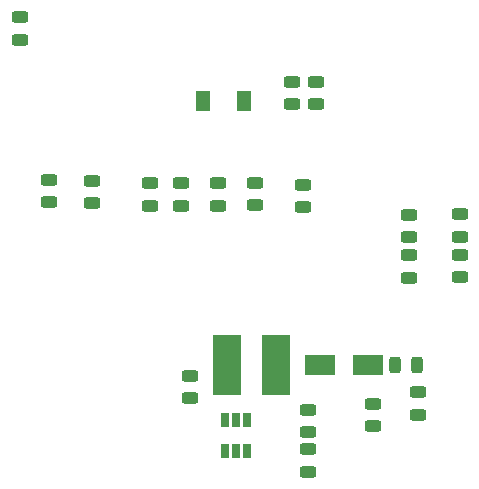
<source format=gbr>
%TF.GenerationSoftware,KiCad,Pcbnew,6.0.4-6f826c9f35~116~ubuntu20.04.1*%
%TF.CreationDate,2022-08-11T08:48:22+00:00*%
%TF.ProjectId,OLED01A,4f4c4544-3031-4412-9e6b-696361645f70,rev?*%
%TF.SameCoordinates,PX72ba1e0PY737d6e0*%
%TF.FileFunction,Paste,Bot*%
%TF.FilePolarity,Positive*%
%FSLAX46Y46*%
G04 Gerber Fmt 4.6, Leading zero omitted, Abs format (unit mm)*
G04 Created by KiCad (PCBNEW 6.0.4-6f826c9f35~116~ubuntu20.04.1) date 2022-08-11 08:48:22*
%MOMM*%
%LPD*%
G01*
G04 APERTURE LIST*
G04 Aperture macros list*
%AMRoundRect*
0 Rectangle with rounded corners*
0 $1 Rounding radius*
0 $2 $3 $4 $5 $6 $7 $8 $9 X,Y pos of 4 corners*
0 Add a 4 corners polygon primitive as box body*
4,1,4,$2,$3,$4,$5,$6,$7,$8,$9,$2,$3,0*
0 Add four circle primitives for the rounded corners*
1,1,$1+$1,$2,$3*
1,1,$1+$1,$4,$5*
1,1,$1+$1,$6,$7*
1,1,$1+$1,$8,$9*
0 Add four rect primitives between the rounded corners*
20,1,$1+$1,$2,$3,$4,$5,0*
20,1,$1+$1,$4,$5,$6,$7,0*
20,1,$1+$1,$6,$7,$8,$9,0*
20,1,$1+$1,$8,$9,$2,$3,0*%
G04 Aperture macros list end*
%ADD10R,2.350000X5.100000*%
%ADD11RoundRect,0.243750X-0.456250X0.243750X-0.456250X-0.243750X0.456250X-0.243750X0.456250X0.243750X0*%
%ADD12R,0.650000X1.220000*%
%ADD13R,1.300000X1.700000*%
%ADD14RoundRect,0.243750X0.456250X-0.243750X0.456250X0.243750X-0.456250X0.243750X-0.456250X-0.243750X0*%
%ADD15R,2.500000X1.800000*%
%ADD16RoundRect,0.243750X-0.243750X-0.456250X0.243750X-0.456250X0.243750X0.456250X-0.243750X0.456250X0*%
G04 APERTURE END LIST*
D10*
%TO.C,L1*%
X22825000Y33300000D03*
X26975000Y33300000D03*
%TD*%
D11*
%TO.C,R10*%
X16300000Y48700000D03*
X16300000Y46825000D03*
%TD*%
%TO.C,R2*%
X42500000Y42637500D03*
X42500000Y40762500D03*
%TD*%
D12*
%TO.C,U1*%
X24499659Y26066353D03*
X23549659Y26066353D03*
X22599659Y26066353D03*
X22599659Y28686353D03*
X23549659Y28686353D03*
X24499659Y28686353D03*
%TD*%
D11*
%TO.C,R7*%
X11400000Y48937500D03*
X11400000Y47062500D03*
%TD*%
%TO.C,R3*%
X38200000Y46037500D03*
X38200000Y44162500D03*
%TD*%
D13*
%TO.C,D2*%
X24250000Y55700000D03*
X20750000Y55700000D03*
%TD*%
D14*
%TO.C,C3*%
X30300000Y55425000D03*
X30300000Y57300000D03*
%TD*%
%TO.C,R13*%
X18900000Y46825000D03*
X18900000Y48700000D03*
%TD*%
D15*
%TO.C,D1*%
X34700000Y33300000D03*
X30700000Y33300000D03*
%TD*%
D11*
%TO.C,R5*%
X29700000Y29537500D03*
X29700000Y27662500D03*
%TD*%
%TO.C,C5*%
X39000000Y31000000D03*
X39000000Y29125000D03*
%TD*%
%TO.C,R9*%
X5250000Y62750000D03*
X5250000Y60875000D03*
%TD*%
%TO.C,R1*%
X42500000Y46075000D03*
X42500000Y44200000D03*
%TD*%
%TO.C,C4*%
X7700000Y49000000D03*
X7700000Y47125000D03*
%TD*%
%TO.C,R11*%
X29200000Y48600000D03*
X29200000Y46725000D03*
%TD*%
%TO.C,R4*%
X38200000Y42600000D03*
X38200000Y40725000D03*
%TD*%
%TO.C,R6*%
X29700000Y26175000D03*
X29700000Y24300000D03*
%TD*%
%TO.C,R12*%
X25200000Y48737500D03*
X25200000Y46862500D03*
%TD*%
D14*
%TO.C,R14*%
X22000000Y46825000D03*
X22000000Y48700000D03*
%TD*%
%TO.C,C6*%
X28300000Y55425000D03*
X28300000Y57300000D03*
%TD*%
D16*
%TO.C,R8*%
X37025000Y33300000D03*
X38900000Y33300000D03*
%TD*%
D11*
%TO.C,C2*%
X35200000Y30037500D03*
X35200000Y28162500D03*
%TD*%
D14*
%TO.C,C1*%
X19700000Y30525000D03*
X19700000Y32400000D03*
%TD*%
M02*

</source>
